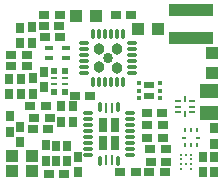
<source format=gtp>
G04 DipTrace 2.4.0.2*
%INQiUSBCharger.gtp*%
%MOMM*%
%ADD42R,0.7X0.9*%
%ADD43R,1.1X1.0*%
%ADD44R,0.9X0.7*%
%ADD45R,1.0X1.1*%
%ADD46R,3.7X0.98*%
%ADD49R,0.5X0.525*%
%ADD50R,0.5X0.25*%
%ADD52R,0.7X0.45*%
%ADD53R,1.5X1.3*%
%ADD55R,0.325X0.3*%
%ADD56R,0.95X0.613*%
%ADD59O,0.28X1.0*%
%ADD60O,1.0X0.28*%
%ADD62O,0.85X0.86*%
%ADD63O,0.96X0.973*%
%ADD67C,0.25*%
%ADD70R,0.25X0.5*%
%ADD72R,0.25X0.4*%
%ADD73R,0.45X0.25*%
%FSLAX53Y53*%
G04*
G71*
G90*
G75*
G01*
%LNTopPaste*%
%LPD*%
D42*
X13542Y20595D3*
Y19295D3*
D43*
X14477Y12732D3*
X12777D3*
X14455Y14071D3*
X12755D3*
D44*
X24477Y14598D3*
X25777D3*
X24489Y13568D3*
X25789D3*
D42*
X12548Y20568D3*
Y19268D3*
D44*
X24212Y16639D3*
X25512D3*
X23225Y12648D3*
X21925D3*
D42*
X14519Y20624D3*
Y19324D3*
X17452Y14912D3*
Y13612D3*
X18358Y12677D3*
Y13977D3*
D44*
X17198Y12559D3*
X15898D3*
D42*
X15612Y14950D3*
Y13650D3*
X16524Y14926D3*
Y13626D3*
D44*
X24232Y15577D3*
X25532D3*
X22870Y26015D3*
X21570D3*
X24381Y12646D3*
X25681D3*
D43*
X25143Y24798D3*
X23443D3*
D44*
X16777Y25053D3*
X15477D3*
D43*
X19876Y25856D3*
X18176D3*
D44*
X14640Y17282D3*
X15940D3*
D42*
X16952Y16958D3*
Y18258D3*
D45*
X29669Y22745D3*
Y21045D3*
D42*
X29859Y16373D3*
Y15073D3*
X29845Y12685D3*
Y13985D3*
X13479Y16525D3*
Y15225D3*
D44*
X14009Y22635D3*
X12709D3*
X13998Y21637D3*
X12698D3*
D46*
X27893Y24021D3*
Y26391D3*
D42*
X12563Y17407D3*
Y16107D3*
D44*
X24179Y17701D3*
X25479D3*
D42*
X15473Y21169D3*
Y19869D3*
X17887Y18238D3*
Y16938D3*
D44*
X15609Y18250D3*
X14309D3*
X15837Y16303D3*
X14537D3*
X16807Y25996D3*
X15507D3*
D49*
X16313Y21273D3*
D50*
Y20633D3*
Y20133D3*
D49*
Y19498D3*
X17213D3*
D50*
Y20133D3*
Y20633D3*
D49*
Y21273D3*
D52*
X15865Y23164D3*
Y22364D3*
X17365D3*
Y23164D3*
D44*
X15554Y24102D3*
X16854D3*
D42*
X14432Y24948D3*
Y23648D3*
X28940Y12686D3*
Y13986D3*
D53*
X29479Y17658D3*
Y19558D3*
D44*
X19386Y19148D3*
X18086D3*
D42*
X13413Y23593D3*
Y24893D3*
D55*
X23474Y20227D3*
Y19577D3*
Y18927D3*
X25304D3*
Y19577D3*
Y20227D3*
D56*
X24389Y20043D3*
Y19111D3*
G36*
X20123Y16061D2*
X20809D1*
Y17261D1*
X20123D1*
Y16061D1*
G37*
G36*
X21109D2*
X21833D1*
Y17261D1*
X21109D1*
Y16061D1*
G37*
G36*
X21118Y14561D2*
X21833D1*
Y15761D1*
X21118D1*
Y14561D1*
G37*
G36*
X20123D2*
X20823D1*
Y15761D1*
X20123D1*
Y14561D1*
G37*
G36*
X20634Y17661D2*
X20803D1*
Y18551D1*
X20634D1*
Y17661D1*
G37*
G36*
X21123Y17665D2*
X21293D1*
Y18551D1*
X21123D1*
Y17665D1*
G37*
G36*
Y13271D2*
X21293D1*
Y14161D1*
X21123D1*
Y13271D1*
G37*
G36*
X20634D2*
X20803D1*
Y14161D1*
X20634D1*
Y13271D1*
G37*
D59*
X21713Y13661D3*
X20213D3*
D60*
X19213Y14161D3*
Y14661D3*
Y15161D3*
Y15661D3*
Y16161D3*
Y16661D3*
Y17161D3*
Y17661D3*
D59*
X20213Y18161D3*
X21713D3*
D60*
X22713Y17661D3*
Y17161D3*
Y16661D3*
Y16161D3*
Y15661D3*
Y15161D3*
Y14661D3*
Y14161D3*
D62*
X20876Y22327D3*
D63*
X20138Y23100D3*
X20128Y21537D3*
X21671Y23091D3*
X21681Y21534D3*
D60*
X18848Y23574D3*
Y23074D3*
Y22574D3*
Y22074D3*
Y21574D3*
Y21074D3*
D59*
X19648Y20274D3*
X20148D3*
X20648D3*
X21148D3*
X21648D3*
X22148D3*
D60*
X22948Y21074D3*
Y21574D3*
Y22074D3*
Y22574D3*
Y23074D3*
Y23574D3*
D59*
X22148Y24374D3*
X21648D3*
X21148D3*
X20648D3*
X20148D3*
X19648D3*
D67*
X27084Y12967D3*
X27884D3*
X27084Y13367D3*
X27484D3*
X27884D3*
X27084Y13767D3*
X27884D3*
X27084Y14167D3*
X27484D3*
X27884D3*
D50*
X27996Y17729D3*
Y18229D3*
Y18729D3*
D70*
X27396Y18829D3*
D50*
X26796Y18729D3*
Y18229D3*
Y17729D3*
D70*
X27396Y17629D3*
D72*
X28440Y16205D3*
X27940D3*
X27440D3*
D73*
X27365Y15600D3*
D72*
X27440Y14995D3*
X27940D3*
X28440D3*
D73*
X28515Y15600D3*
M02*

</source>
